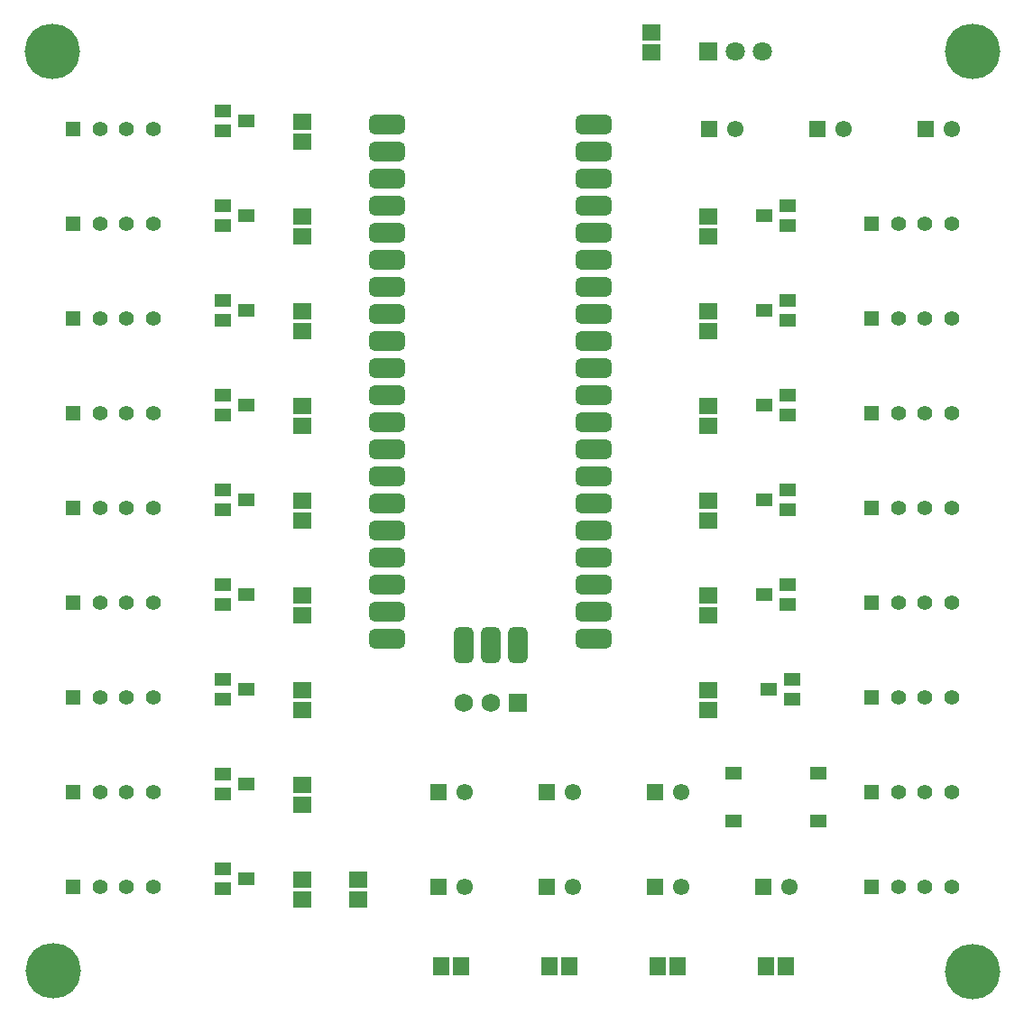
<source format=gts>
G04*
G04 #@! TF.GenerationSoftware,Altium Limited,Altium Designer,22.0.2 (36)*
G04*
G04 Layer_Color=8388736*
%FSLAX25Y25*%
%MOIN*%
G70*
G04*
G04 #@! TF.SameCoordinates,4BB8C506-B3DD-4E8A-8237-D4BD2434A483*
G04*
G04*
G04 #@! TF.FilePolarity,Negative*
G04*
G01*
G75*
%ADD15R,0.06102X0.05118*%
%ADD17R,0.06706X0.05918*%
%ADD18R,0.05918X0.06706*%
%ADD19R,0.06312X0.04737*%
%ADD20C,0.20485*%
%ADD21C,0.07099*%
%ADD22R,0.07099X0.07099*%
%ADD23C,0.06902*%
%ADD24R,0.06902X0.06902*%
%ADD25C,0.06102*%
%ADD26R,0.06102X0.06102*%
%ADD27C,0.05512*%
%ADD28R,0.05512X0.05512*%
G04:AMPARAMS|DCode=29|XSize=133.98mil|YSize=70.99mil|CornerRadius=19.75mil|HoleSize=0mil|Usage=FLASHONLY|Rotation=0.000|XOffset=0mil|YOffset=0mil|HoleType=Round|Shape=RoundedRectangle|*
%AMROUNDEDRECTD29*
21,1,0.13398,0.03150,0,0,0.0*
21,1,0.09449,0.07099,0,0,0.0*
1,1,0.03950,0.04724,-0.01575*
1,1,0.03950,-0.04724,-0.01575*
1,1,0.03950,-0.04724,0.01575*
1,1,0.03950,0.04724,0.01575*
%
%ADD29ROUNDEDRECTD29*%
G04:AMPARAMS|DCode=30|XSize=70.99mil|YSize=133.98mil|CornerRadius=19.75mil|HoleSize=0mil|Usage=FLASHONLY|Rotation=0.000|XOffset=0mil|YOffset=0mil|HoleType=Round|Shape=RoundedRectangle|*
%AMROUNDEDRECTD30*
21,1,0.07099,0.09449,0,0,0.0*
21,1,0.03150,0.13398,0,0,0.0*
1,1,0.03950,0.01575,-0.04724*
1,1,0.03950,-0.01575,-0.04724*
1,1,0.03950,-0.01575,0.04724*
1,1,0.03950,0.01575,0.04724*
%
%ADD30ROUNDEDRECTD30*%
D15*
X303150Y93358D02*
D03*
Y75642D02*
D03*
X271850Y93358D02*
D03*
Y75642D02*
D03*
D17*
X262500Y299240D02*
D03*
Y291760D02*
D03*
Y159240D02*
D03*
Y151760D02*
D03*
Y229240D02*
D03*
Y221760D02*
D03*
X133000Y54240D02*
D03*
Y46760D02*
D03*
X112500Y89240D02*
D03*
Y81760D02*
D03*
Y159240D02*
D03*
Y151760D02*
D03*
Y229240D02*
D03*
Y221760D02*
D03*
Y299240D02*
D03*
Y291760D02*
D03*
X241500Y367240D02*
D03*
Y359760D02*
D03*
X262500Y264240D02*
D03*
Y256760D02*
D03*
Y124240D02*
D03*
Y116760D02*
D03*
Y194240D02*
D03*
Y186760D02*
D03*
X112500Y54240D02*
D03*
Y46760D02*
D03*
Y124240D02*
D03*
Y116760D02*
D03*
Y194240D02*
D03*
Y186760D02*
D03*
Y264240D02*
D03*
Y256760D02*
D03*
Y334240D02*
D03*
Y326760D02*
D03*
D18*
X291240Y22000D02*
D03*
X283760D02*
D03*
X251240D02*
D03*
X243760D02*
D03*
X211240D02*
D03*
X203760D02*
D03*
X171240D02*
D03*
X163760D02*
D03*
D19*
X293331Y128240D02*
D03*
Y120760D02*
D03*
X284669Y124500D02*
D03*
X291831Y163240D02*
D03*
Y155760D02*
D03*
X283169Y159500D02*
D03*
X291831Y198240D02*
D03*
Y190760D02*
D03*
X283169Y194500D02*
D03*
X291831Y233240D02*
D03*
Y225760D02*
D03*
X283169Y229500D02*
D03*
X291831Y268240D02*
D03*
Y260760D02*
D03*
X283169Y264500D02*
D03*
X291831Y303240D02*
D03*
X291831Y295760D02*
D03*
X283169Y299500D02*
D03*
X91831Y54500D02*
D03*
X83169Y50760D02*
D03*
Y58240D02*
D03*
X91831Y89500D02*
D03*
X83169Y85760D02*
D03*
Y93240D02*
D03*
X91831Y124500D02*
D03*
X83169Y120760D02*
D03*
Y128240D02*
D03*
X91831Y159500D02*
D03*
X83169Y155760D02*
D03*
Y163240D02*
D03*
X91831Y194500D02*
D03*
X83169Y198240D02*
D03*
X83169Y190760D02*
D03*
X91831Y229500D02*
D03*
X83169Y225760D02*
D03*
Y233240D02*
D03*
X91831Y264500D02*
D03*
X83169Y260760D02*
D03*
Y268240D02*
D03*
X91831Y299500D02*
D03*
X83169Y295760D02*
D03*
X83169Y303240D02*
D03*
X91831Y334500D02*
D03*
X83169Y330760D02*
D03*
Y338240D02*
D03*
D20*
X20000Y360000D02*
D03*
X20500Y20500D02*
D03*
X360000Y20000D02*
D03*
Y360000D02*
D03*
D21*
X272500D02*
D03*
X282500D02*
D03*
D22*
X262500D02*
D03*
D23*
X182000Y119500D02*
D03*
X172000D02*
D03*
D24*
X192000D02*
D03*
D25*
X352421Y331567D02*
D03*
X312421D02*
D03*
X292421Y51567D02*
D03*
X272421Y331567D02*
D03*
X252421Y51567D02*
D03*
X212421D02*
D03*
X172421D02*
D03*
X252421Y86567D02*
D03*
X212421D02*
D03*
X172421D02*
D03*
D26*
X342579Y331567D02*
D03*
X302579D02*
D03*
X282579Y51567D02*
D03*
X262579Y331567D02*
D03*
X242579Y51567D02*
D03*
X202579D02*
D03*
X162579D02*
D03*
X242579Y86567D02*
D03*
X202579D02*
D03*
X162579D02*
D03*
D27*
X352264Y51567D02*
D03*
X342421D02*
D03*
X332579D02*
D03*
X352264Y86567D02*
D03*
X342421D02*
D03*
X332579D02*
D03*
X352264Y121567D02*
D03*
X342421Y121567D02*
D03*
X332579D02*
D03*
X352264Y156567D02*
D03*
X342421Y156567D02*
D03*
X332579D02*
D03*
X342421Y191567D02*
D03*
X352264D02*
D03*
X332579D02*
D03*
X342421Y226567D02*
D03*
X352264D02*
D03*
X332579D02*
D03*
X342421Y261567D02*
D03*
X352264D02*
D03*
X332579D02*
D03*
X352264Y296567D02*
D03*
X342421D02*
D03*
X332579D02*
D03*
X57264Y51567D02*
D03*
X47421D02*
D03*
X37579D02*
D03*
X57264Y86567D02*
D03*
X47421D02*
D03*
X37579D02*
D03*
X57264Y121567D02*
D03*
X47421D02*
D03*
X37579D02*
D03*
X57264Y156567D02*
D03*
X47421D02*
D03*
X37579D02*
D03*
X57264Y191567D02*
D03*
X47421D02*
D03*
X37579D02*
D03*
X57264Y226567D02*
D03*
X47421D02*
D03*
X37579D02*
D03*
X57264Y261567D02*
D03*
X47421D02*
D03*
X37579D02*
D03*
X57264Y296567D02*
D03*
X47421D02*
D03*
X37579D02*
D03*
X57264Y331567D02*
D03*
X47421Y331567D02*
D03*
X37579Y331567D02*
D03*
D28*
X322736Y51567D02*
D03*
Y86567D02*
D03*
X322736Y121567D02*
D03*
Y156567D02*
D03*
X322736Y191567D02*
D03*
Y226567D02*
D03*
X322736Y261567D02*
D03*
X322736Y296567D02*
D03*
X27736Y51567D02*
D03*
Y86567D02*
D03*
Y121567D02*
D03*
X27736Y156567D02*
D03*
X27736Y191567D02*
D03*
X27736Y226567D02*
D03*
X27736Y261567D02*
D03*
X27736Y296567D02*
D03*
Y331567D02*
D03*
D29*
X143799Y333043D02*
D03*
Y323043D02*
D03*
Y233043D02*
D03*
X220098D02*
D03*
X143799Y303043D02*
D03*
Y313043D02*
D03*
Y253043D02*
D03*
Y243043D02*
D03*
Y163043D02*
D03*
Y193043D02*
D03*
Y173043D02*
D03*
Y183043D02*
D03*
Y153043D02*
D03*
Y203043D02*
D03*
Y213043D02*
D03*
Y223043D02*
D03*
Y143043D02*
D03*
Y273043D02*
D03*
Y283043D02*
D03*
Y293043D02*
D03*
Y263043D02*
D03*
X220098Y153043D02*
D03*
Y143043D02*
D03*
Y163043D02*
D03*
Y173043D02*
D03*
Y193043D02*
D03*
Y183043D02*
D03*
Y203043D02*
D03*
Y213043D02*
D03*
Y223043D02*
D03*
Y243043D02*
D03*
Y253043D02*
D03*
Y273043D02*
D03*
Y263043D02*
D03*
Y323043D02*
D03*
Y293043D02*
D03*
Y303043D02*
D03*
Y313043D02*
D03*
Y283043D02*
D03*
Y333043D02*
D03*
D30*
X171949Y140760D02*
D03*
X181949D02*
D03*
X191949D02*
D03*
M02*

</source>
